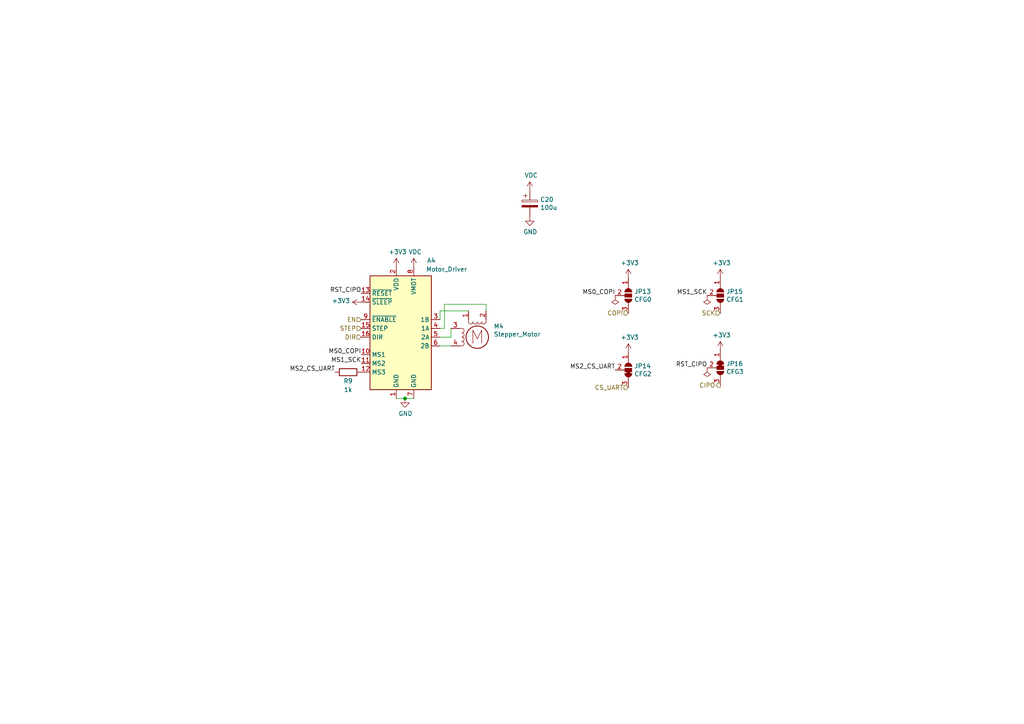
<source format=kicad_sch>
(kicad_sch (version 20211123) (generator eeschema)
  (paper "A4")
  (title_block (title "Index Mobo") (date "2021-02-19") (rev "${version}"))
  (lib_symbols
    (symbol "Device:CP" (pin_numbers hide) (pin_names (offset 0.254))
      (property "Reference" "C" (at 0.635 2.54 0))
      (property "Value" "Device_CP" (at 0.635 -2.54 0))
      (symbol "CP_0_1"
        (rectangle (start -2.286 0.508) (end 2.286 1.016))
        (polyline (pts (xy -1.778 2.286) (xy -0.762 2.286)))
        (polyline (pts (xy -1.27 2.794) (xy -1.27 1.778)))
        (rectangle (start 2.286 -0.508) (end -2.286 -1.016) (fill (type outline)))
      )
      (symbol "CP_1_1"
        (pin passive line (at 0 3.81 270) (length 2.794) (name "~") (number "1"))
        (pin passive line (at 0 -3.81 90) (length 2.794) (name "~") (number "2"))
      )
    )
    (symbol "Device:R" (pin_numbers hide) (pin_names (offset 0))
      (property "Reference" "R" (at 2.032 0 90))
      (property "Value" "R" (at 0 0 90))
      (symbol "R_0_1"
        (rectangle (start -1.016 -2.54) (end 1.016 2.54) (stroke (width 0.254)))
      )
      (symbol "R_1_1"
        (pin passive line (at 0 3.81 270) (length 1.27) (name "~") (number "1"))
        (pin passive line (at 0 -3.81 90) (length 1.27) (name "~") (number "2"))
      )
    )
    (symbol "Driver_Motor:Pololu_Breakout_A4988"
      (property "Reference" "A" (at -2.54 19.05 0))
      (property "Value" "Pololu_Breakout_A4988" (at -2.54 16.51 0))
      (symbol "Pololu_Breakout_A4988_0_1"
        (rectangle (start 10.16 -17.78) (end -7.62 15.24) (stroke (width 0.254)) (fill (type background)))
      )
      (symbol "Pololu_Breakout_A4988_1_1"
        (pin power_in line (at 0 -20.32 90) (length 2.54) (name "GND") (number "1"))
        (pin input line (at -10.16 -7.62 0) (length 2.54) (name "MS1") (number "10"))
        (pin input line (at -10.16 -10.16 0) (length 2.54) (name "MS2") (number "11"))
        (pin input line (at -10.16 -12.7 0) (length 2.54) (name "MS3") (number "12"))
        (pin input line (at -10.16 10.16 0) (length 2.54) (name "~{RESET}") (number "13"))
        (pin input line (at -10.16 7.62 0) (length 2.54) (name "~{SLEEP}") (number "14"))
        (pin input line (at -10.16 0 0) (length 2.54) (name "STEP") (number "15"))
        (pin input line (at -10.16 -2.54 0) (length 2.54) (name "DIR") (number "16"))
        (pin power_in line (at 0 17.78 270) (length 2.54) (name "VDD") (number "2"))
        (pin output line (at 12.7 2.54 180) (length 2.54) (name "1B") (number "3"))
        (pin output line (at 12.7 0 180) (length 2.54) (name "1A") (number "4"))
        (pin output line (at 12.7 -2.54 180) (length 2.54) (name "2A") (number "5"))
        (pin output line (at 12.7 -5.08 180) (length 2.54) (name "2B") (number "6"))
        (pin power_in line (at 5.08 -20.32 90) (length 2.54) (name "GND") (number "7"))
        (pin power_in line (at 5.08 17.78 270) (length 2.54) (name "VMOT") (number "8"))
        (pin input line (at -10.16 2.54 0) (length 2.54) (name "~{ENABLE}") (number "9"))
      )
    )
    (symbol "Jumper:SolderJumper_3_Bridged12" (pin_names (offset 0) hide)
      (property "Reference" "JP" (at -2.54 -2.54 0))
      (property "Value" "SolderJumper_3_Bridged12" (at 0 2.794 0))
      (symbol "SolderJumper_3_Bridged12_0_1"
        (rectangle (start -1.016 0.508) (end -0.508 -0.508) (fill (type outline)))
        (arc (start -1.016 1.016) (mid -2.032 0) (end -1.016 -1.016))
        (arc (start -1.016 1.016) (mid -2.032 0) (end -1.016 -1.016) (fill (type outline)))
        (rectangle (start -0.508 1.016) (end 0.508 -1.016) (fill (type outline)))
        (polyline (pts (xy -2.54 0) (xy -2.032 0)))
        (polyline (pts (xy -1.016 1.016) (xy -1.016 -1.016)))
        (polyline (pts (xy 0 -1.27) (xy 0 -1.016)))
        (polyline (pts (xy 1.016 1.016) (xy 1.016 -1.016)))
        (polyline (pts (xy 2.54 0) (xy 2.032 0)))
        (arc (start 1.016 -1.016) (mid 2.032 0) (end 1.016 1.016))
        (arc (start 1.016 -1.016) (mid 2.032 0) (end 1.016 1.016) (fill (type outline)))
      )
      (symbol "SolderJumper_3_Bridged12_1_1"
        (pin passive line (at -5.08 0 0) (length 2.54) (name "A") (number "1"))
        (pin input line (at 0 -3.81 90) (length 2.54) (name "C") (number "2"))
        (pin passive line (at 5.08 0 180) (length 2.54) (name "B") (number "3"))
      )
    )
    (symbol "Jumper:SolderJumper_3_Open" (pin_names (offset 0) hide)
      (property "Reference" "JP" (at -2.54 -2.54 0))
      (property "Value" "SolderJumper_3_Open" (at 0 2.794 0))
      (symbol "SolderJumper_3_Open_0_1"
        (arc (start -1.016 1.016) (mid -2.032 0) (end -1.016 -1.016))
        (arc (start -1.016 1.016) (mid -2.032 0) (end -1.016 -1.016) (fill (type outline)))
        (rectangle (start -0.508 1.016) (end 0.508 -1.016) (fill (type outline)))
        (polyline (pts (xy -2.54 0) (xy -2.032 0)))
        (polyline (pts (xy -1.016 1.016) (xy -1.016 -1.016)))
        (polyline (pts (xy 0 -1.27) (xy 0 -1.016)))
        (polyline (pts (xy 1.016 1.016) (xy 1.016 -1.016)))
        (polyline (pts (xy 2.54 0) (xy 2.032 0)))
        (arc (start 1.016 -1.016) (mid 2.032 0) (end 1.016 1.016))
        (arc (start 1.016 -1.016) (mid 2.032 0) (end 1.016 1.016) (fill (type outline)))
      )
      (symbol "SolderJumper_3_Open_1_1"
        (pin passive line (at -5.08 0 0) (length 2.54) (name "A") (number "1"))
        (pin input line (at 0 -3.81 90) (length 2.54) (name "C") (number "2"))
        (pin passive line (at 5.08 0 180) (length 2.54) (name "B") (number "3"))
      )
    )
    (symbol "Motor:Stepper_Motor_bipolar" (pin_names (offset 0) hide)
      (property "Reference" "M" (at 3.81 2.54 0))
      (property "Value" "Stepper_Motor_bipolar" (at 3.81 1.27 0))
      (symbol "Stepper_Motor_bipolar_0_0"
        (polyline (pts (xy -1.27 -1.778) (xy -1.27 2.032) (xy 0 -0.508) (xy 1.27 2.032) (xy 1.27 -1.778)))
      )
      (symbol "Stepper_Motor_bipolar_0_1"
        (arc (start -4.445 -2.54) (mid -3.81 -1.905) (end -4.445 -1.27))
        (arc (start -4.445 -1.27) (mid -3.81 -0.635) (end -4.445 0))
        (arc (start -4.445 0) (mid -3.81 0.635) (end -4.445 1.27))
        (arc (start -4.445 1.27) (mid -3.81 1.905) (end -4.445 2.54))
        (arc (start -2.54 4.445) (mid -1.905 3.81) (end -1.27 4.445))
        (arc (start -1.27 4.445) (mid -0.635 3.81) (end 0 4.445))
        (polyline (pts (xy -5.08 -2.54) (xy -4.445 -2.54)))
        (polyline (pts (xy -5.08 2.54) (xy -4.445 2.54)))
        (polyline (pts (xy -2.54 5.08) (xy -2.54 4.445)))
        (polyline (pts (xy 2.54 5.08) (xy 2.54 4.445)))
        (circle (center 0 0) (radius 3.2512) (stroke (width 0.254)))
        (arc (start 0 4.445) (mid 0.635 3.81) (end 1.27 4.445))
        (arc (start 1.27 4.445) (mid 1.905 3.81) (end 2.54 4.445))
      )
      (symbol "Stepper_Motor_bipolar_1_1"
        (pin passive line (at -2.54 7.62 270) (length 2.54) (name "~") (number "1"))
        (pin passive line (at 2.54 7.62 270) (length 2.54) (name "-") (number "2"))
        (pin passive line (at -7.62 2.54 0) (length 2.54) (name "~") (number "3"))
        (pin passive line (at -7.62 -2.54 0) (length 2.54) (name "~") (number "4"))
      )
    )
    (symbol "index:SolderJumper_3_Bridged23" (pin_names (offset 0) hide)
      (property "Reference" "JP" (at -2.54 -2.54 0))
      (property "Value" "SolderJumper_3_Bridged23" (at 0 2.794 0))
      (symbol "SolderJumper_3_Bridged23_0_1"
        (rectangle (start -1.016 0.508) (end -0.508 -0.508) (fill (type outline)))
        (arc (start -1.016 1.016) (mid -2.032 0) (end -1.016 -1.016))
        (arc (start -1.016 1.016) (mid -2.032 0) (end -1.016 -1.016) (fill (type outline)))
        (rectangle (start -0.508 1.016) (end 0.508 -1.016) (fill (type outline)))
        (polyline (pts (xy -2.54 0) (xy -2.032 0)))
        (polyline (pts (xy -1.016 1.016) (xy -1.016 -1.016)))
        (polyline (pts (xy 0 -1.27) (xy 0 -1.016)))
        (polyline (pts (xy 1.016 1.016) (xy 1.016 -1.016)))
        (polyline (pts (xy 2.54 0) (xy 2.032 0)))
        (arc (start 1.016 -1.016) (mid 2.032 0) (end 1.016 1.016))
        (arc (start 1.016 -1.016) (mid 2.032 0) (end 1.016 1.016) (fill (type outline)))
      )
      (symbol "SolderJumper_3_Bridged23_1_1"
        (pin passive line (at 5.08 0 180) (length 2.54) (name "B") (number "1"))
        (pin input line (at 0 -3.81 90) (length 2.54) (name "C") (number "2"))
        (pin passive line (at -5.08 0 0) (length 2.54) (name "A") (number "3"))
      )
    )
    (symbol "power:+3.3V" (power) (pin_names (offset 0))
      (property "Value" "+3.3V" (at 0 3.556 0))
      (symbol "+3.3V_0_1"
        (polyline (pts (xy -0.762 1.27) (xy 0 2.54)))
        (polyline (pts (xy 0 0) (xy 0 2.54)))
        (polyline (pts (xy 0 2.54) (xy 0.762 1.27)))
      )
      (symbol "+3.3V_1_1"
        (pin power_in line (at 0 0 90) (length 0) hide (name "+3V3") (number "1"))
      )
    )
    (symbol "power:+3V3" (power) (pin_names (offset 0))
      (property "Value" "+3V3" (at 0 3.556 0))
      (symbol "+3V3_0_1"
        (polyline (pts (xy -0.762 1.27) (xy 0 2.54)))
        (polyline (pts (xy 0 0) (xy 0 2.54)))
        (polyline (pts (xy 0 2.54) (xy 0.762 1.27)))
      )
      (symbol "+3V3_1_1"
        (pin power_in line (at 0 0 90) (length 0) hide (name "+3V3") (number "1"))
      )
    )
    (symbol "power:GND" (power) (pin_names (offset 0))
      (property "Value" "GND" (at 0 -3.81 0))
      (symbol "GND_0_1"
        (polyline (pts (xy 0 0) (xy 0 -1.27) (xy 1.27 -1.27) (xy 0 -2.54) (xy -1.27 -1.27) (xy 0 -1.27)))
      )
      (symbol "GND_1_1"
        (pin power_in line (at 0 0 270) (length 0) hide (name "GND") (number "1"))
      )
    )
    (symbol "power:PWR_FLAG" (power) (pin_numbers hide) (pin_names (offset 0) hide)
      (property "Value" "PWR_FLAG" (at 0 3.81 0))
      (symbol "PWR_FLAG_0_0"
        (pin power_out line (at 0 0 90) (length 0) (name "pwr") (number "1"))
      )
      (symbol "PWR_FLAG_0_1"
        (polyline (pts (xy 0 0) (xy 0 1.27) (xy -1.016 1.905) (xy 0 2.54) (xy 1.016 1.905) (xy 0 1.27)))
      )
    )
    (symbol "power:VDC" (power) (pin_names (offset 0))
      (property "Value" "VDC" (at 0 6.35 0))
      (symbol "VDC_0_1"
        (polyline (pts (xy -0.762 1.27) (xy 0 2.54)))
        (polyline (pts (xy 0 0) (xy 0 2.54)))
        (polyline (pts (xy 0 2.54) (xy 0.762 1.27)))
      )
      (symbol "VDC_1_1"
        (pin power_in line (at 0 0 90) (length 0) hide (name "VDC") (number "1"))
      )
    )
  )
  (junction (at 117.475 115.57))
  (wire (pts (xy 135.89 90.17) (xy 127.635 90.17)))
  (wire (pts (xy 140.97 88.265) (xy 128.905 88.265)))
  (wire (pts (xy 130.81 97.79) (xy 127.635 97.79)))
  (wire (pts (xy 114.935 115.57) (xy 117.475 115.57)))
  (wire (pts (xy 117.475 115.57) (xy 120.015 115.57)))
  (wire (pts (xy 127.635 90.17) (xy 127.635 92.71)))
  (wire (pts (xy 128.905 95.25) (xy 127.635 95.25)))
  (wire (pts (xy 130.81 100.33) (xy 127.635 100.33)))
  (wire (pts (xy 140.97 90.17) (xy 140.97 88.265)))
  (wire (pts (xy 130.81 95.25) (xy 130.81 97.79)))
  (wire (pts (xy 128.905 88.265) (xy 128.905 95.25)))
  (label "RST_CIPO" (at 104.775 85.09 180))
  (label "RST_CIPO" (at 205.105 106.68 180))
  (label "MS1_SCK" (at 205.105 85.725 180))
  (label "MS0_COPI" (at 104.775 102.87 180))
  (label "MS2_CS_UART" (at 178.435 107.315 180))
  (label "MS2_CS_UART" (at 97.155 107.95 180))
  (label "MS0_COPI" (at 178.435 85.725 180))
  (label "MS1_SCK" (at 104.775 105.41 180))
  (hierarchical_label "CIPO" (shape output) (at 208.915 111.76 180))
  (hierarchical_label "STEP" (shape input) (at 104.775 95.25 180))
  (hierarchical_label "COPI" (shape input) (at 182.245 90.805 180))
  (hierarchical_label "CS_UART" (shape input) (at 182.245 112.395 180))
  (hierarchical_label "DIR" (shape input) (at 104.775 97.79 180))
  (hierarchical_label "SCK" (shape input) (at 208.915 90.805 180))
  (hierarchical_label "EN" (shape input) (at 104.775 92.71 180))
  (symbol (lib_id "Device:R") (at 100.965 107.95 270)
    (property "Reference" "R9" (at 100.965 110.49 90))
    (property "Value" "1k" (at 100.965 113.03 90))
    (property "Footprint" "Resistor_SMD:R_0805_2012Metric" (effects hide))
    (property "JLCPCB" "C17513" (effects hide))
    (property "LCSC" "C17513" (effects hide))
  )
  (symbol (lib_id "Driver_Motor:Pololu_Breakout_A4988") (at 114.935 95.25 0)
    (property "Reference" "A4" (at 125.095 75.565 0))
    (property "Value" "Motor_Driver" (at 129.54 78.105 0))
    (property "Footprint" "Module:Pololu_Breakout-16_15.2x20.3mm" (effects hide))
    (property "Datasheet" "https://www.pololu.com/product/2980/pictures" (effects hide))
  )
  (symbol (lib_id "power:GND") (at 117.475 115.57 0)
    (property "Reference" "#PWR055" (effects hide))
    (property "Value" "GND" (at 117.602 119.9642 0))
  )
  (symbol (lib_id "Motor:Stepper_Motor_bipolar") (at 138.43 97.79 0)
    (property "Reference" "M4" (at 143.2052 94.6404 0) (effects (justify left)))
    (property "Value" "Stepper_Motor" (at 143.2052 96.9518 0) (effects (justify left)))
    (property "Footprint" "Connector_JST:JST_XH_B4B-XH-A_1x04_P2.50mm_Vertical" (effects hide))
    (property "Datasheet" "http://www.infineon.com/dgdl/Application-Note-TLE8110EE_driving_UniPolarStepperMotor_V1.1.pdf?fileId=db3a30431be39b97011be5d0aa0a00b0" (effects hide))
    (property "LCSC" "C37815" (effects hide))
    (property "JLCPCB" "C37815" (effects hide))
    (property "Digikey" "455-2249-ND" (effects hide))
  )
  (symbol (lib_id "power:+3V3") (at 114.935 77.47 0)
    (property "Reference" "#PWR054" (effects hide))
    (property "Value" "+3V3" (at 115.316 73.0758 0))
  )
  (symbol (lib_id "power:+3.3V") (at 104.775 87.63 90)
    (property "Reference" "#PWR053" (effects hide))
    (property "Value" "+3.3V" (at 101.5238 87.249 90) (effects (justify left)))
  )
  (symbol (lib_id "power:+3.3V") (at 208.915 101.6 0)
    (property "Reference" "#PWR062" (effects hide))
    (property "Value" "+3.3V" (at 209.296 97.2058 0))
  )
  (symbol (lib_id "power:+3.3V") (at 182.245 80.645 0)
    (property "Reference" "#PWR059" (effects hide))
    (property "Value" "+3.3V" (at 182.626 76.2508 0))
  )
  (symbol (lib_id "power:+3.3V") (at 208.915 80.645 0)
    (property "Reference" "#PWR061" (effects hide))
    (property "Value" "+3.3V" (at 209.296 76.2508 0))
  )
  (symbol (lib_id "power:+3.3V") (at 182.245 102.235 0)
    (property "Reference" "#PWR060" (effects hide))
    (property "Value" "+3.3V" (at 182.626 97.8408 0))
  )
  (symbol (lib_id "power:VDC") (at 120.015 77.47 0)
    (property "Reference" "#PWR056" (effects hide))
    (property "Value" "VDC" (at 120.396 73.0758 0))
  )
  (symbol (lib_id "power:PWR_FLAG") (at 205.105 106.68 180)
    (property "Reference" "#FLG015" (effects hide))
    (property "Value" "PWR_FLAG" (effects hide))
  )
  (symbol (lib_id "power:PWR_FLAG") (at 205.105 85.725 180)
    (property "Reference" "#FLG014" (effects hide))
    (property "Value" "PWR_FLAG" (effects hide))
  )
  (symbol (lib_id "power:PWR_FLAG") (at 178.435 85.725 180)
    (property "Reference" "#FLG013" (effects hide))
    (property "Value" "PWR_FLAG" (effects hide))
  )
  (symbol (lib_id "Device:CP") (at 153.67 59.055 0)
    (property "Reference" "C20" (at 156.6672 57.8866 0) (effects (justify left)))
    (property "Value" "100u" (at 156.6672 60.198 0) (effects (justify left)))
    (property "Footprint" "Capacitor_SMD:CP_Elec_6.3x7.7" (effects hide))
    (property "Digikey" "493-2203-1-ND" (effects hide))
    (property "JLCPCB" "C99837" (effects hide))
    (property "LCSC" "C3339" (effects hide))
    (property "Mouser" "647-UWT1V101MCL1S" (effects hide))
    (property "Manufacturer" "s" (effects hide))
  )
  (symbol (lib_id "power:VDC") (at 153.67 55.245 0)
    (property "Reference" "#PWR057" (effects hide))
    (property "Value" "VDC" (at 154.051 50.8508 0))
  )
  (symbol (lib_id "power:GND") (at 153.67 62.865 0)
    (property "Reference" "#PWR058" (effects hide))
    (property "Value" "GND" (at 153.797 67.2592 0))
  )
  (symbol (lib_id "Jumper:SolderJumper_3_Open") (at 182.245 85.725 270)
    (property "Reference" "JP13" (at 183.9722 84.5566 90) (effects (justify left)))
    (property "Value" "CFG0" (at 183.9722 86.868 90) (effects (justify left)))
    (property "Footprint" "Jumper:SolderJumper-3_P1.3mm_Open_RoundedPad1.0x1.5mm" (effects hide))
  )
  (symbol (lib_id "Jumper:SolderJumper_3_Bridged12") (at 208.915 106.68 270)
    (property "Reference" "JP16" (at 210.6422 105.5116 90) (effects (justify left)))
    (property "Value" "CFG3" (at 210.6422 107.823 90) (effects (justify left)))
    (property "Footprint" "Jumper:SolderJumper-3_P1.3mm_Bridged12_RoundedPad1.0x1.5mm" (effects hide))
  )
  (symbol (lib_id "Jumper:SolderJumper_3_Open") (at 208.915 85.725 270)
    (property "Reference" "JP15" (at 210.6422 84.5566 90) (effects (justify left)))
    (property "Value" "CFG1" (at 210.6422 86.868 90) (effects (justify left)))
    (property "Footprint" "Jumper:SolderJumper-3_P1.3mm_Open_RoundedPad1.0x1.5mm" (effects hide))
  )
  (symbol (lib_id "index:SolderJumper_3_Bridged23") (at 182.245 107.315 270) (mirror x)
    (property "Reference" "JP14" (at 183.9722 106.1466 90) (effects (justify left)))
    (property "Value" "CFG2" (at 183.9722 108.458 90) (effects (justify left)))
    (property "Footprint" "index:SolderJumper-3_P1.3mm_Bridged23_RoundedPad1.0x1.5mm" (effects hide))
  )
)
</source>
